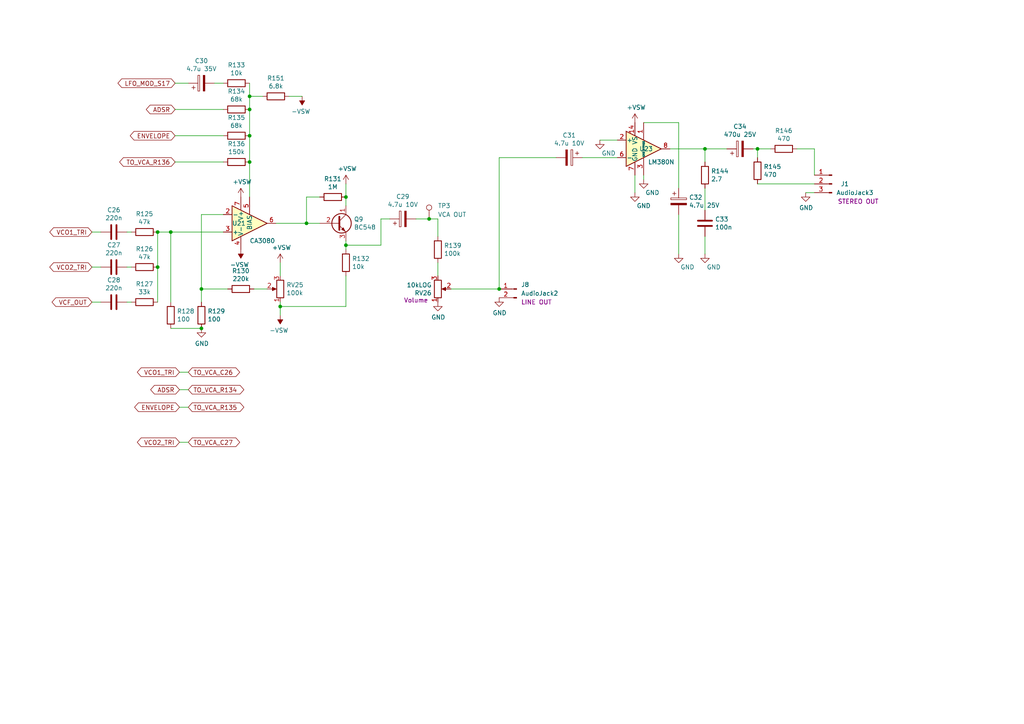
<source format=kicad_sch>
(kicad_sch (version 20230121) (generator eeschema)
  (paper "A4")
  (lib_symbols
    (symbol "Amplifier_Audio:LM380N" (pin_names (offset 0.127))
      (property "Reference" "U" (at 6.35 6.35 0))
      (property "Value" "LM380N" (at 6.35 3.81 0))
      (symbol "LM380N_0_1"
        (polyline (pts (xy -5.08 5.08) (xy 5.08 0) (xy -5.08 -5.08) (xy -5.08 5.08)) (stroke (width 0.254)) (fill (type background)))
      )
      (symbol "LM380N_1_1"
        (pin passive line (at 0 7.62 270) (length 5.08) (name "BYPASS") (number "1"))
        (pin passive line (at 0 -7.62 90) (length 5.08) hide (name "GND") (number "10"))
        (pin passive line (at 0 -7.62 90) (length 5.08) hide (name "GND") (number "11"))
        (pin passive line (at 0 -7.62 90) (length 5.08) hide (name "GND") (number "12"))
        (pin no_connect line (at 0 -2.54 90) (length 2.54) hide (name "NC") (number "13"))
        (pin power_in line (at -2.54 7.62 270) (length 3.81) (name "VS") (number "14"))
        (pin input line (at -7.62 2.54 0) (length 2.54) (name "+") (number "2"))
        (pin power_in line (at 0 -7.62 90) (length 5.08) (name "GND") (number "3"))
        (pin passive line (at 0 -7.62 90) (length 5.08) hide (name "GND") (number "4"))
        (pin passive line (at 0 -7.62 90) (length 5.08) hide (name "GND") (number "5"))
        (pin input line (at -7.62 -2.54 0) (length 2.54) (name "-") (number "6"))
        (pin power_in line (at -2.54 -7.62 90) (length 3.81) (name "GND") (number "7"))
        (pin output line (at 7.62 0 180) (length 2.54) (name "~") (number "8"))
        (pin no_connect line (at 0 2.54 270) (length 2.54) hide (name "NC") (number "9"))
      )
    )
    (symbol "Amplifier_Operational:CA3080" (pin_names (offset 0.127))
      (property "Reference" "U" (at 1.27 3.81 0))
      (property "Value" "CA3080" (at 1.27 -3.81 0))
      (symbol "CA3080_0_1"
        (polyline (pts (xy 5.08 0) (xy -5.08 -5.08) (xy -5.08 5.08) (xy 5.08 0)) (stroke (width 0.254)) (fill (type background)))
      )
      (symbol "CA3080_1_1"
        (pin no_connect line (at -2.54 2.54 270) (length 2.54) hide (name "NC") (number "1"))
        (pin input line (at -7.62 2.54 0) (length 2.54) (name "-") (number "2"))
        (pin input line (at -7.62 -2.54 0) (length 2.54) (name "+") (number "3"))
        (pin power_in line (at -2.54 -7.62 90) (length 3.81) (name "V-") (number "4"))
        (pin passive line (at 0 7.62 270) (length 5.08) (name "BIAS") (number "5"))
        (pin output line (at 7.62 0 180) (length 2.54) (name "~") (number "6"))
        (pin power_in line (at -2.54 7.62 270) (length 3.81) (name "V+") (number "7"))
        (pin no_connect line (at 0 2.54 270) (length 2.54) hide (name "NC") (number "8"))
      )
    )
    (symbol "Connector:Conn_01x02_Pin" (pin_names (offset 1.016) hide)
      (property "Reference" "J" (at 0 2.54 0))
      (property "Value" "Conn_01x02_Pin" (at 0 -5.08 0))
      (symbol "Conn_01x02_Pin_1_1"
        (polyline (pts (xy 1.27 -2.54) (xy 0.8636 -2.54)) (stroke (width 0.1524)))
        (polyline (pts (xy 1.27 0) (xy 0.8636 0)) (stroke (width 0.1524)))
        (rectangle (start 0.8636 -2.413) (end 0 -2.667) (stroke (width 0.1524)) (fill (type outline)))
        (rectangle (start 0.8636 0.127) (end 0 -0.127) (stroke (width 0.1524)) (fill (type outline)))
        (pin passive line (at 5.08 0 180) (length 3.81) (name "Pin_1") (number "1"))
        (pin passive line (at 5.08 -2.54 180) (length 3.81) (name "Pin_2") (number "2"))
      )
    )
    (symbol "Connector:Conn_01x03_Pin" (pin_names (offset 1.016) hide)
      (property "Reference" "J" (at 0 5.08 0))
      (property "Value" "Conn_01x03_Pin" (at 0 -5.08 0))
      (symbol "Conn_01x03_Pin_1_1"
        (polyline (pts (xy 1.27 -2.54) (xy 0.8636 -2.54)) (stroke (width 0.1524)))
        (polyline (pts (xy 1.27 0) (xy 0.8636 0)) (stroke (width 0.1524)))
        (polyline (pts (xy 1.27 2.54) (xy 0.8636 2.54)) (stroke (width 0.1524)))
        (rectangle (start 0.8636 -2.413) (end 0 -2.667) (stroke (width 0.1524)) (fill (type outline)))
        (rectangle (start 0.8636 0.127) (end 0 -0.127) (stroke (width 0.1524)) (fill (type outline)))
        (rectangle (start 0.8636 2.667) (end 0 2.413) (stroke (width 0.1524)) (fill (type outline)))
        (pin passive line (at 5.08 2.54 180) (length 3.81) (name "Pin_1") (number "1"))
        (pin passive line (at 5.08 0 180) (length 3.81) (name "Pin_2") (number "2"))
        (pin passive line (at 5.08 -2.54 180) (length 3.81) (name "Pin_3") (number "3"))
      )
    )
    (symbol "Connector:TestPoint" (pin_numbers hide) (pin_names (offset 0.762) hide)
      (property "Reference" "TP" (at 0 6.858 0))
      (property "Value" "TestPoint" (at 0 5.08 0))
      (symbol "TestPoint_0_1"
        (circle (center 0 3.302) (radius 0.762))
      )
      (symbol "TestPoint_1_1"
        (pin passive line (at 0 0 90) (length 2.54) (name "1") (number "1"))
      )
    )
    (symbol "Device:C" (pin_numbers hide) (pin_names (offset 0.254))
      (property "Reference" "C" (at 0.635 2.54 0))
      (property "Value" "C" (at 0.635 -2.54 0))
      (symbol "C_0_1"
        (polyline (pts (xy -2.032 -0.762) (xy 2.032 -0.762)) (stroke (width 0.508)))
        (polyline (pts (xy -2.032 0.762) (xy 2.032 0.762)) (stroke (width 0.508)))
      )
      (symbol "C_1_1"
        (pin passive line (at 0 3.81 270) (length 2.794) (name "~") (number "1"))
        (pin passive line (at 0 -3.81 90) (length 2.794) (name "~") (number "2"))
      )
    )
    (symbol "Device:C_Polarized" (pin_numbers hide) (pin_names (offset 0.254))
      (property "Reference" "C" (at 0.635 2.54 0))
      (property "Value" "C_Polarized" (at 0.635 -2.54 0))
      (symbol "C_Polarized_0_1"
        (rectangle (start -2.286 0.508) (end 2.286 1.016))
        (polyline (pts (xy -1.778 2.286) (xy -0.762 2.286)))
        (polyline (pts (xy -1.27 2.794) (xy -1.27 1.778)))
        (rectangle (start 2.286 -0.508) (end -2.286 -1.016) (fill (type outline)))
      )
      (symbol "C_Polarized_1_1"
        (pin passive line (at 0 3.81 270) (length 2.794) (name "~") (number "1"))
        (pin passive line (at 0 -3.81 90) (length 2.794) (name "~") (number "2"))
      )
    )
    (symbol "Device:R" (pin_numbers hide) (pin_names (offset 0))
      (property "Reference" "R" (at 2.032 0 90))
      (property "Value" "R" (at 0 0 90))
      (symbol "R_0_1"
        (rectangle (start -1.016 -2.54) (end 1.016 2.54) (stroke (width 0.254)))
      )
      (symbol "R_1_1"
        (pin passive line (at 0 3.81 270) (length 1.27) (name "~") (number "1"))
        (pin passive line (at 0 -3.81 90) (length 1.27) (name "~") (number "2"))
      )
    )
    (symbol "Device:R_Potentiometer" (pin_names (offset 1.016) hide)
      (property "Reference" "RV" (at -4.445 0 90))
      (property "Value" "R_Potentiometer" (at -2.54 0 90))
      (symbol "R_Potentiometer_0_1"
        (polyline (pts (xy 2.54 0) (xy 1.524 0)))
        (polyline (pts (xy 1.143 0) (xy 2.286 0.508) (xy 2.286 -0.508) (xy 1.143 0)) (fill (type outline)))
        (rectangle (start 1.016 2.54) (end -1.016 -2.54) (stroke (width 0.254)))
      )
      (symbol "R_Potentiometer_1_1"
        (pin passive line (at 0 3.81 270) (length 1.27) (name "1") (number "1"))
        (pin passive line (at 3.81 0 180) (length 1.27) (name "2") (number "2"))
        (pin passive line (at 0 -3.81 90) (length 1.27) (name "3") (number "3"))
      )
    )
    (symbol "Transistor_BJT:BC548" (pin_names (offset 0) hide)
      (property "Reference" "Q" (at 5.08 1.905 0))
      (property "Value" "BC548" (at 5.08 0 0))
      (symbol "BC548_0_1"
        (polyline (pts (xy 0 0) (xy 0.635 0)))
        (polyline (pts (xy 0.635 0.635) (xy 2.54 2.54)))
        (polyline (pts (xy 0.635 -0.635) (xy 2.54 -2.54) (xy 2.54 -2.54)))
        (polyline (pts (xy 0.635 1.905) (xy 0.635 -1.905) (xy 0.635 -1.905)) (stroke (width 0.508)))
        (polyline (pts (xy 1.27 -1.778) (xy 1.778 -1.27) (xy 2.286 -2.286) (xy 1.27 -1.778) (xy 1.27 -1.778)) (fill (type outline)))
        (circle (center 1.27 0) (radius 2.8194) (stroke (width 0.254)))
      )
      (symbol "BC548_1_1"
        (pin passive line (at 2.54 5.08 270) (length 2.54) (name "C") (number "1"))
        (pin input line (at -5.08 0 0) (length 5.08) (name "B") (number "2"))
        (pin passive line (at 2.54 -5.08 90) (length 2.54) (name "E") (number "3"))
      )
    )
    (symbol "power:+VSW" (power) (pin_names (offset 0))
      (property "Value" "+VSW" (at 0 3.556 0))
      (symbol "+VSW_0_1"
        (polyline (pts (xy -0.762 1.27) (xy 0 2.54)))
        (polyline (pts (xy 0 0) (xy 0 2.54)))
        (polyline (pts (xy 0 2.54) (xy 0.762 1.27)))
      )
      (symbol "+VSW_1_1"
        (pin power_in line (at 0 0 90) (length 0) hide (name "+VSW") (number "1"))
      )
    )
    (symbol "power:-VSW" (power) (pin_names (offset 0))
      (property "Value" "-VSW" (at 0 3.81 0))
      (symbol "-VSW_0_0"
        (pin power_in line (at 0 0 90) (length 0) hide (name "-VSW") (number "1"))
      )
      (symbol "-VSW_0_1"
        (polyline (pts (xy 0 0) (xy 0 1.27) (xy 0.762 1.27) (xy 0 2.54) (xy -0.762 1.27) (xy 0 1.27)) (fill (type outline)))
      )
    )
    (symbol "power:GND" (power) (pin_names (offset 0))
      (property "Value" "GND" (at 0 -3.81 0))
      (symbol "GND_0_1"
        (polyline (pts (xy 0 0) (xy 0 -1.27) (xy 1.27 -1.27) (xy 0 -2.54) (xy -1.27 -1.27) (xy 0 -1.27)))
      )
      (symbol "GND_1_1"
        (pin power_in line (at 0 0 270) (length 0) hide (name "GND") (number "1"))
      )
    )
  )
  (junction (at 49.53 67.31))
  (junction (at 100.33 57.15))
  (junction (at 72.39 46.99))
  (junction (at 58.42 83.82))
  (junction (at 81.28 88.9))
  (junction (at 124.46 63.5))
  (junction (at 144.78 83.82))
  (junction (at 72.39 27.94))
  (junction (at 45.72 67.31))
  (junction (at 72.39 39.37))
  (junction (at 72.39 31.75))
  (junction (at 45.72 77.47))
  (junction (at 58.42 95.25))
  (junction (at 100.33 71.12))
  (junction (at 219.71 43.18))
  (junction (at 204.47 43.18))
  (junction (at 88.9 64.77))
  (wire (pts (xy 186.69 35.56) (xy 196.85 35.56)))
  (wire (pts (xy 236.22 50.8) (xy 236.22 43.18)))
  (wire (pts (xy 54.61 24.13) (xy 50.8 24.13)))
  (wire (pts (xy 88.9 64.77) (xy 92.71 64.77)))
  (wire (pts (xy 72.39 31.75) (xy 72.39 39.37)))
  (wire (pts (xy 204.47 68.58) (xy 204.47 73.66)))
  (wire (pts (xy 72.39 46.99) (xy 72.39 57.15)))
  (wire (pts (xy 72.39 39.37) (xy 72.39 46.99)))
  (wire (pts (xy 50.8 46.99) (xy 64.77 46.99)))
  (wire (pts (xy 100.33 88.9) (xy 100.33 80.01)))
  (wire (pts (xy 100.33 72.39) (xy 100.33 71.12)))
  (wire (pts (xy 54.61 118.11) (xy 52.07 118.11)))
  (wire (pts (xy 184.15 50.8) (xy 184.15 55.88)))
  (wire (pts (xy 144.78 45.72) (xy 161.29 45.72)))
  (wire (pts (xy 81.28 88.9) (xy 81.28 91.44)))
  (wire (pts (xy 110.49 63.5) (xy 113.03 63.5)))
  (wire (pts (xy 49.53 95.25) (xy 58.42 95.25)))
  (wire (pts (xy 144.78 83.82) (xy 144.78 45.72)))
  (wire (pts (xy 58.42 62.23) (xy 64.77 62.23)))
  (wire (pts (xy 77.47 83.82) (xy 73.66 83.82)))
  (wire (pts (xy 29.21 77.47) (xy 26.67 77.47)))
  (wire (pts (xy 45.72 77.47) (xy 45.72 67.31)))
  (wire (pts (xy 49.53 67.31) (xy 64.77 67.31)))
  (wire (pts (xy 52.07 107.95) (xy 54.61 107.95)))
  (wire (pts (xy 64.77 24.13) (xy 62.23 24.13)))
  (wire (pts (xy 196.85 35.56) (xy 196.85 54.61)))
  (wire (pts (xy 219.71 43.18) (xy 218.44 43.18)))
  (wire (pts (xy 219.71 45.72) (xy 219.71 43.18)))
  (wire (pts (xy 29.21 67.31) (xy 26.67 67.31)))
  (wire (pts (xy 219.71 53.34) (xy 236.22 53.34)))
  (wire (pts (xy 124.46 63.5) (xy 127 63.5)))
  (wire (pts (xy 223.52 43.18) (xy 219.71 43.18)))
  (wire (pts (xy 204.47 46.99) (xy 204.47 43.18)))
  (wire (pts (xy 100.33 71.12) (xy 110.49 71.12)))
  (wire (pts (xy 72.39 27.94) (xy 72.39 31.75)))
  (wire (pts (xy 36.83 87.63) (xy 38.1 87.63)))
  (wire (pts (xy 194.31 43.18) (xy 204.47 43.18)))
  (wire (pts (xy 72.39 24.13) (xy 72.39 27.94)))
  (wire (pts (xy 231.14 43.18) (xy 236.22 43.18)))
  (wire (pts (xy 81.28 80.01) (xy 81.28 76.2)))
  (wire (pts (xy 100.33 57.15) (xy 100.33 59.69)))
  (wire (pts (xy 179.07 40.64) (xy 173.99 40.64)))
  (wire (pts (xy 50.8 39.37) (xy 64.77 39.37)))
  (wire (pts (xy 36.83 77.47) (xy 38.1 77.47)))
  (wire (pts (xy 58.42 62.23) (xy 58.42 83.82)))
  (wire (pts (xy 26.67 87.63) (xy 29.21 87.63)))
  (wire (pts (xy 186.69 52.07) (xy 186.69 50.8)))
  (wire (pts (xy 45.72 87.63) (xy 45.72 77.47)))
  (wire (pts (xy 204.47 60.96) (xy 204.47 54.61)))
  (wire (pts (xy 127 76.2) (xy 127 80.01)))
  (wire (pts (xy 81.28 88.9) (xy 100.33 88.9)))
  (wire (pts (xy 130.81 83.82) (xy 144.78 83.82)))
  (wire (pts (xy 58.42 83.82) (xy 66.04 83.82)))
  (wire (pts (xy 88.9 57.15) (xy 88.9 64.77)))
  (wire (pts (xy 87.63 27.94) (xy 83.82 27.94)))
  (wire (pts (xy 100.33 71.12) (xy 100.33 69.85)))
  (wire (pts (xy 127 63.5) (xy 127 68.58)))
  (wire (pts (xy 233.68 55.88) (xy 236.22 55.88)))
  (wire (pts (xy 80.01 64.77) (xy 88.9 64.77)))
  (wire (pts (xy 92.71 57.15) (xy 88.9 57.15)))
  (wire (pts (xy 45.72 67.31) (xy 49.53 67.31)))
  (wire (pts (xy 58.42 83.82) (xy 58.42 87.63)))
  (wire (pts (xy 49.53 67.31) (xy 49.53 87.63)))
  (wire (pts (xy 196.85 62.23) (xy 196.85 73.66)))
  (wire (pts (xy 50.8 31.75) (xy 64.77 31.75)))
  (wire (pts (xy 110.49 71.12) (xy 110.49 63.5)))
  (wire (pts (xy 54.61 113.03) (xy 52.07 113.03)))
  (wire (pts (xy 204.47 43.18) (xy 210.82 43.18)))
  (wire (pts (xy 54.61 128.27) (xy 52.07 128.27)))
  (wire (pts (xy 36.83 67.31) (xy 38.1 67.31)))
  (wire (pts (xy 179.07 45.72) (xy 168.91 45.72)))
  (wire (pts (xy 100.33 53.34) (xy 100.33 57.15)))
  (wire (pts (xy 81.28 87.63) (xy 81.28 88.9)))
  (wire (pts (xy 76.2 27.94) (xy 72.39 27.94)))
  (wire (pts (xy 120.65 63.5) (xy 124.46 63.5)))
  (global_label "LFO_MOD_S17" (shape bidirectional) (at 50.8 24.13 180) (property "Intersheetrefs" "${INTERSHEET_REFS}" (effects hide)))
  (global_label "VCO1_TRI" (shape bidirectional) (at 26.67 67.31 180) (property "Intersheetrefs" "${INTERSHEET_REFS}" (effects hide)))
  (global_label "VCO1_TRI" (shape bidirectional) (at 52.07 107.95 180) (property "Intersheetrefs" "${INTERSHEET_REFS}" (effects hide)))
  (global_label "TO_VCA_R134" (shape bidirectional) (at 54.61 113.03 0) (property "Intersheetrefs" "${INTERSHEET_REFS}" (effects hide)))
  (global_label "ADSR" (shape bidirectional) (at 52.07 113.03 180) (property "Intersheetrefs" "${INTERSHEET_REFS}" (effects hide)))
  (global_label "TO_VCA_R135" (shape bidirectional) (at 54.61 118.11 0) (property "Intersheetrefs" "${INTERSHEET_REFS}" (effects hide)))
  (global_label "VCF_OUT" (shape bidirectional) (at 26.67 87.63 180) (property "Intersheetrefs" "${INTERSHEET_REFS}" (effects hide)))
  (global_label "TO_VCA_C26" (shape bidirectional) (at 54.61 107.95 0) (property "Intersheetrefs" "${INTERSHEET_REFS}" (effects hide)))
  (global_label "ENVELOPE" (shape bidirectional) (at 52.07 118.11 180) (property "Intersheetrefs" "${INTERSHEET_REFS}" (effects hide)))
  (global_label "VCO2_TRI" (shape bidirectional) (at 26.67 77.47 180) (property "Intersheetrefs" "${INTERSHEET_REFS}" (effects hide)))
  (global_label "TO_VCA_C27" (shape bidirectional) (at 54.61 128.27 0) (property "Intersheetrefs" "${INTERSHEET_REFS}" (effects hide)))
  (global_label "VCO2_TRI" (shape bidirectional) (at 52.07 128.27 180) (property "Intersheetrefs" "${INTERSHEET_REFS}" (effects hide)))
  (global_label "ENVELOPE" (shape bidirectional) (at 50.8 39.37 180) (property "Intersheetrefs" "${INTERSHEET_REFS}" (effects hide)))
  (global_label "TO_VCA_R136" (shape bidirectional) (at 50.8 46.99 180) (property "Intersheetrefs" "${INTERSHEET_REFS}" (effects hide)))
  (global_label "ADSR" (shape bidirectional) (at 50.8 31.75 180) (property "Intersheetrefs" "${INTERSHEET_REFS}" (effects hide)))
  (symbol (lib_id "Device:C_Polarized") (at 58.42 24.13 90) (unit 1)
    (property "Reference" "C30" (at 58.42 17.653 90))
    (property "Value" "4.7u 35V" (at 58.42 19.9644 90))
    (property "Footprint" "Capacitor_THT:CP_Radial_D5.0mm_P2.50mm" (effects hide))
  )
  (symbol (lib_id "Device:C") (at 33.02 67.31 270) (unit 1)
    (property "Reference" "C26" (at 33.02 60.9092 90))
    (property "Value" "220n" (at 33.02 63.2206 90))
    (property "Footprint" "Capacitor_THT:C_Rect_L7.2mm_W2.5mm_P5.00mm_FKS2_FKP2_MKS2_MKP2" (effects hide))
  )
  (symbol (lib_id "Device:C") (at 33.02 77.47 90) (unit 1)
    (property "Reference" "C27" (at 33.02 71.0692 90))
    (property "Value" "220n" (at 33.02 73.3806 90))
    (property "Footprint" "Capacitor_THT:C_Rect_L7.2mm_W2.5mm_P5.00mm_FKS2_FKP2_MKS2_MKP2" (effects hide))
  )
  (symbol (lib_id "Device:C") (at 33.02 87.63 90) (unit 1)
    (property "Reference" "C28" (at 33.02 81.2292 90))
    (property "Value" "220n" (at 33.02 83.5406 90))
    (property "Footprint" "Capacitor_THT:C_Rect_L7.2mm_W2.5mm_P5.00mm_FKS2_FKP2_MKS2_MKP2" (effects hide))
  )
  (symbol (lib_id "Device:R") (at 41.91 67.31 270) (unit 1)
    (property "Reference" "R125" (at 41.91 62.0522 90))
    (property "Value" "47k" (at 41.91 64.3636 90))
    (property "Footprint" "Resistor_THT:R_Axial_DIN0207_L6.3mm_D2.5mm_P10.16mm_Horizontal" (effects hide))
  )
  (symbol (lib_id "Device:R") (at 41.91 77.47 270) (unit 1)
    (property "Reference" "R126" (at 41.91 72.2122 90))
    (property "Value" "47k" (at 41.91 74.5236 90))
    (property "Footprint" "Resistor_THT:R_Axial_DIN0207_L6.3mm_D2.5mm_P10.16mm_Horizontal" (effects hide))
  )
  (symbol (lib_id "Device:R") (at 41.91 87.63 270) (unit 1)
    (property "Reference" "R127" (at 41.91 82.3722 90))
    (property "Value" "33k" (at 41.91 84.6836 90))
    (property "Footprint" "Resistor_THT:R_Axial_DIN0207_L6.3mm_D2.5mm_P10.16mm_Horizontal" (effects hide))
  )
  (symbol (lib_id "Device:R") (at 68.58 24.13 270) (unit 1)
    (property "Reference" "R133" (at 68.58 18.8722 90))
    (property "Value" "10k" (at 68.58 21.1836 90))
    (property "Footprint" "Resistor_THT:R_Axial_DIN0207_L6.3mm_D2.5mm_P10.16mm_Horizontal" (effects hide))
  )
  (symbol (lib_id "Device:R") (at 68.58 31.75 270) (unit 1)
    (property "Reference" "R134" (at 68.58 26.4922 90))
    (property "Value" "68k" (at 68.58 28.8036 90))
    (property "Footprint" "Resistor_THT:R_Axial_DIN0207_L6.3mm_D2.5mm_P10.16mm_Horizontal" (effects hide))
  )
  (symbol (lib_id "Device:R") (at 68.58 39.37 270) (unit 1)
    (property "Reference" "R135" (at 68.58 34.1122 90))
    (property "Value" "68k" (at 68.58 36.4236 90))
    (property "Footprint" "Resistor_THT:R_Axial_DIN0207_L6.3mm_D2.5mm_P10.16mm_Horizontal" (effects hide))
  )
  (symbol (lib_id "Device:R") (at 68.58 46.99 270) (unit 1)
    (property "Reference" "R136" (at 68.58 41.7322 90))
    (property "Value" "150k" (at 68.58 44.0436 90))
    (property "Footprint" "Resistor_THT:R_Axial_DIN0207_L6.3mm_D2.5mm_P10.16mm_Horizontal" (effects hide))
  )
  (symbol (lib_id "Device:R") (at 80.01 27.94 270) (unit 1)
    (property "Reference" "R151" (at 80.01 22.6822 90))
    (property "Value" "6.8k" (at 80.01 24.9936 90))
    (property "Footprint" "Resistor_THT:R_Axial_DIN0207_L6.3mm_D2.5mm_P10.16mm_Horizontal" (effects hide))
  )
  (symbol (lib_id "power:-VSW") (at 87.63 27.94 180) (unit 1)
    (property "Reference" "#PWR0125" (effects hide))
    (property "Value" "-VSW" (at 87.249 32.3342 0))
  )
  (symbol (lib_id "Amplifier_Operational:CA3080") (at 72.39 64.77 0) (unit 1)
    (property "Reference" "U21" (at 67.31 64.77 0) (effects (justify left)))
    (property "Value" "CA3080" (at 72.39 69.85 0) (effects (justify left)))
    (property "Footprint" "Package_DIP:DIP-8_W7.62mm_LongPads" (effects hide))
    (property "Datasheet" "http://www.intersil.com/content/dam/Intersil/documents/ca30/ca3080-a.pdf" (effects hide))
  )
  (symbol (lib_id "power:+VSW") (at 69.85 57.15 0) (unit 1)
    (property "Reference" "#PWR0126" (effects hide))
    (property "Value" "+VSW" (at 70.231 52.7558 0))
  )
  (symbol (lib_id "power:-VSW") (at 69.85 72.39 180) (unit 1)
    (property "Reference" "#PWR0127" (effects hide))
    (property "Value" "-VSW" (at 69.469 76.7842 0))
  )
  (symbol (lib_id "Device:R") (at 49.53 91.44 0) (unit 1)
    (property "Reference" "R128" (at 51.308 90.2716 0) (effects (justify left)))
    (property "Value" "100" (at 51.308 92.583 0) (effects (justify left)))
    (property "Footprint" "Resistor_THT:R_Axial_DIN0207_L6.3mm_D2.5mm_P10.16mm_Horizontal" (effects hide))
  )
  (symbol (lib_id "Device:R") (at 58.42 91.44 0) (unit 1)
    (property "Reference" "R129" (at 60.198 90.2716 0) (effects (justify left)))
    (property "Value" "100" (at 60.198 92.583 0) (effects (justify left)))
    (property "Footprint" "Resistor_THT:R_Axial_DIN0207_L6.3mm_D2.5mm_P10.16mm_Horizontal" (effects hide))
  )
  (symbol (lib_id "Device:R") (at 96.52 57.15 90) (unit 1)
    (property "Reference" "R131" (at 96.52 51.8922 90))
    (property "Value" "1M" (at 96.52 54.2036 90))
    (property "Footprint" "Resistor_THT:R_Axial_DIN0207_L6.3mm_D2.5mm_P10.16mm_Horizontal" (effects hide))
  )
  (symbol (lib_id "Device:R") (at 100.33 76.2 0) (unit 1)
    (property "Reference" "R132" (at 102.108 75.0316 0) (effects (justify left)))
    (property "Value" "10k" (at 102.108 77.343 0) (effects (justify left)))
    (property "Footprint" "Resistor_THT:R_Axial_DIN0207_L6.3mm_D2.5mm_P10.16mm_Horizontal" (effects hide))
  )
  (symbol (lib_id "Device:R") (at 69.85 83.82 90) (unit 1)
    (property "Reference" "R130" (at 69.85 78.5622 90))
    (property "Value" "220k" (at 69.85 80.8736 90))
    (property "Footprint" "Resistor_THT:R_Axial_DIN0207_L6.3mm_D2.5mm_P10.16mm_Horizontal" (effects hide))
  )
  (symbol (lib_id "Device:R") (at 127 72.39 0) (unit 1)
    (property "Reference" "R139" (at 128.778 71.2216 0) (effects (justify left)))
    (property "Value" "100k" (at 128.778 73.533 0) (effects (justify left)))
    (property "Footprint" "Resistor_THT:R_Axial_DIN0207_L6.3mm_D2.5mm_P10.16mm_Horizontal" (effects hide))
  )
  (symbol (lib_id "power:GND") (at 58.42 95.25 0) (unit 1)
    (property "Reference" "#PWR0128" (effects hide))
    (property "Value" "GND" (at 58.547 99.6442 0))
  )
  (symbol (lib_id "Transistor_BJT:BC548") (at 97.79 64.77 0) (unit 1)
    (property "Reference" "Q9" (at 102.6414 63.6016 0) (effects (justify left)))
    (property "Value" "BC548" (at 102.6414 65.913 0) (effects (justify left)))
    (property "Footprint" "Package_TO_SOT_THT:TO-92L_Inline_Wide" (effects hide))
    (property "Datasheet" "http://www.fairchildsemi.com/ds/BC/BC547.pdf" (effects hide))
  )
  (symbol (lib_id "power:+VSW") (at 100.33 53.34 0) (unit 1)
    (property "Reference" "#PWR0129" (effects hide))
    (property "Value" "+VSW" (at 100.711 48.9458 0))
  )
  (symbol (lib_id "power:+VSW") (at 81.28 76.2 0) (unit 1)
    (property "Reference" "#PWR0130" (effects hide))
    (property "Value" "+VSW" (at 81.661 71.8058 0))
  )
  (symbol (lib_id "power:-VSW") (at 81.28 91.44 180) (unit 1)
    (property "Reference" "#PWR0131" (effects hide))
    (property "Value" "-VSW" (at 80.899 95.8342 0))
  )
  (symbol (lib_id "Device:R_Potentiometer") (at 81.28 83.82 180) (unit 1)
    (property "Reference" "RV25" (at 83.058 82.6516 0) (effects (justify right)))
    (property "Value" "100k" (at 83.058 84.963 0) (effects (justify right)))
    (property "Footprint" "Potentiometer_THT:Potentiometer_Bourns_3296W_Vertical" (effects hide))
  )
  (symbol (lib_id "Device:C_Polarized") (at 116.84 63.5 90) (unit 1)
    (property "Reference" "C29" (at 116.84 57.023 90))
    (property "Value" "4.7u 10V" (at 116.84 59.3344 90))
    (property "Footprint" "Capacitor_THT:CP_Radial_D5.0mm_P2.50mm" (effects hide))
  )
  (symbol (lib_id "Device:R_Potentiometer") (at 127 83.82 0) (mirror x) (unit 1)
    (property "Reference" "RV26" (at 125.222 84.9884 0) (effects (justify right)))
    (property "Value" "10kLOG" (at 125.222 82.677 0) (effects (justify right)))
    (property "Footprint" "Connector_PinHeader_2.54mm:PinHeader_1x03_P2.54mm_Vertical" (effects hide))
    (property "Label" "Volume" (at 120.65 86.36 0) (effects (justify bottom)))
  )
  (symbol (lib_id "power:GND") (at 127 87.63 0) (unit 1)
    (property "Reference" "#PWR0132" (effects hide))
    (property "Value" "GND" (at 127.127 92.0242 0))
  )
  (symbol (lib_id "Device:C_Polarized") (at 165.1 45.72 270) (unit 1)
    (property "Reference" "C31" (at 165.1 39.243 90))
    (property "Value" "4.7u 10V" (at 165.1 41.5544 90))
    (property "Footprint" "Capacitor_THT:CP_Radial_D5.0mm_P2.50mm" (effects hide))
  )
  (symbol (lib_id "Device:C_Polarized") (at 214.63 43.18 90) (unit 1)
    (property "Reference" "C34" (at 214.63 36.703 90))
    (property "Value" "470u 25V" (at 214.63 39.0144 90))
    (property "Footprint" "Capacitor_THT:CP_Radial_D10.0mm_P5.00mm" (effects hide))
  )
  (symbol (lib_id "Device:C_Polarized") (at 196.85 58.42 0) (unit 1)
    (property "Reference" "C32" (at 199.8472 57.2516 0) (effects (justify left)))
    (property "Value" "4.7u 25V" (at 199.8472 59.563 0) (effects (justify left)))
    (property "Footprint" "Capacitor_THT:CP_Radial_D5.0mm_P2.50mm" (effects hide))
  )
  (symbol (lib_id "Device:R") (at 227.33 43.18 270) (unit 1)
    (property "Reference" "R146" (at 227.33 37.9222 90))
    (property "Value" "470" (at 227.33 40.2336 90))
    (property "Footprint" "Resistor_THT:R_Axial_DIN0207_L6.3mm_D2.5mm_P10.16mm_Horizontal" (effects hide))
  )
  (symbol (lib_id "Device:R") (at 204.47 50.8 0) (unit 1)
    (property "Reference" "R144" (at 206.248 49.6316 0) (effects (justify left)))
    (property "Value" "2.7" (at 206.248 51.943 0) (effects (justify left)))
    (property "Footprint" "Resistor_THT:R_Axial_DIN0207_L6.3mm_D2.5mm_P10.16mm_Horizontal" (effects hide))
  )
  (symbol (lib_id "Device:R") (at 219.71 49.53 0) (unit 1)
    (property "Reference" "R145" (at 221.488 48.3616 0) (effects (justify left)))
    (property "Value" "470" (at 221.488 50.673 0) (effects (justify left)))
    (property "Footprint" "Resistor_THT:R_Axial_DIN0207_L6.3mm_D2.5mm_P10.16mm_Horizontal" (effects hide))
  )
  (symbol (lib_id "Amplifier_Audio:LM380N") (at 186.69 43.18 0) (unit 1)
    (property "Reference" "U23" (at 185.42 43.18 0) (effects (justify left)))
    (property "Value" "LM380N" (at 187.96 46.99 0) (effects (justify left)))
    (property "Footprint" "Package_DIP:DIP-14_W7.62mm_LongPads" (effects hide))
    (property "Datasheet" "http://www.ti.com/lit/ds/symlink/lm380.pdf" (effects hide))
  )
  (symbol (lib_id "power:+VSW") (at 184.15 35.56 0) (unit 1)
    (property "Reference" "#PWR0133" (effects hide))
    (property "Value" "+VSW" (at 184.531 31.1658 0))
  )
  (symbol (lib_id "Device:C") (at 204.47 64.77 0) (unit 1)
    (property "Reference" "C33" (at 207.391 63.6016 0) (effects (justify left)))
    (property "Value" "100n" (at 207.391 65.913 0) (effects (justify left)))
    (property "Footprint" "Capacitor_THT:C_Rect_L7.2mm_W2.5mm_P5.00mm_FKS2_FKP2_MKS2_MKP2" (effects hide))
  )
  (symbol (lib_id "Connector:Conn_01x02_Pin") (at 149.86 83.82 0) (mirror y) (unit 1)
    (property "Reference" "J8" (at 151.13 82.55 0) (effects (justify right)))
    (property "Value" "AudioJack2" (at 151.13 85.09 0) (effects (justify right)))
    (property "Footprint" "Connector_PinHeader_2.54mm:PinHeader_1x02_P2.54mm_Vertical" (effects hide))
    (property "Label" "LINE OUT" (at 151.13 87.63 0) (effects (justify right)))
    (instances (project "microsynth" (path "" (reference "J8") (unit 1)) (path "" (reference "J?") (unit 1)) (path "" (reference "J8") (unit 1))))
  )
  (symbol (lib_id "power:GND") (at 144.78 86.36 0) (unit 1)
    (property "Reference" "#PWR0136" (effects hide))
    (property "Value" "GND" (at 144.907 90.7542 0))
  )
  (symbol (lib_id "Connector:Conn_01x03_Pin") (at 241.3 53.34 0) (mirror y) (unit 1)
    (property "Reference" "J1" (at 243.84 53.34 0) (effects (justify right)))
    (property "Value" "AudioJack3" (at 242.57 55.88 0) (effects (justify right)))
    (property "Footprint" "Connector_PinHeader_2.54mm:PinHeader_1x03_P2.54mm_Vertical" (effects hide))
    (property "Label" "STEREO OUT" (at 248.92 58.42 0))
  )
  (symbol (lib_id "power:GND") (at 233.68 55.88 0) (unit 1)
    (property "Reference" "#PWR0134" (effects hide))
    (property "Value" "GND" (at 233.807 60.2742 0))
  )
  (symbol (lib_id "power:GND") (at 186.69 52.07 0) (unit 1)
    (property "Reference" "#PWR0135" (effects hide))
    (property "Value" "GND" (at 189.23 55.88 0))
  )
  (symbol (lib_id "Connector:TestPoint") (at 124.46 63.5 0) (unit 1)
    (property "Reference" "TP3" (at 127 59.69 0) (effects (justify left)))
    (property "Value" "VCA OUT" (at 127 62.23 0) (effects (justify left)))
    (property "Footprint" "TestPoint:TestPoint_Pad_D2.0mm" (effects hide))
    (instances (project "microsynth" (path "" (reference "TP3") (unit 1)) (path "" (reference "TP?") (unit 1))))
  )
  (symbol (lib_id "power:GND") (at 184.15 55.88 0) (unit 1)
    (property "Reference" "#PWR0137" (effects hide))
    (property "Value" "GND" (at 186.69 59.69 0))
  )
  (symbol (lib_id "power:GND") (at 173.99 40.64 0) (unit 1)
    (property "Reference" "#PWR0138" (effects hide))
    (property "Value" "GND" (at 176.53 44.45 0))
  )
  (symbol (lib_id "power:GND") (at 204.47 73.66 0) (unit 1)
    (property "Reference" "#PWR0139" (effects hide))
    (property "Value" "GND" (at 207.01 77.47 0))
  )
  (symbol (lib_id "power:GND") (at 196.85 73.66 0) (unit 1)
    (property "Reference" "#PWR0140" (effects hide))
    (property "Value" "GND" (at 199.39 77.47 0))
  )
)
</source>
